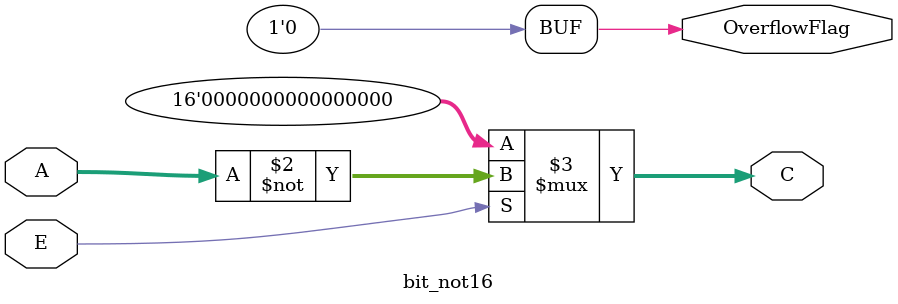
<source format=v>


// Output 1: C; calculation result, 16bit binary
// Output 2: OverflowFlag; 0
// Input 1: A; input, 16bit binary
// Input 2: E; enable, 1bit binary

module bit_not16 (output [15:0] C, output OverflowFlag,
	input [15:0] A, input E);
	reg result;
	assign OverflowFlag = 1'b0;
	assign C=(E & 1'b1)?~A:16'b0000000000000000;
endmodule

</source>
